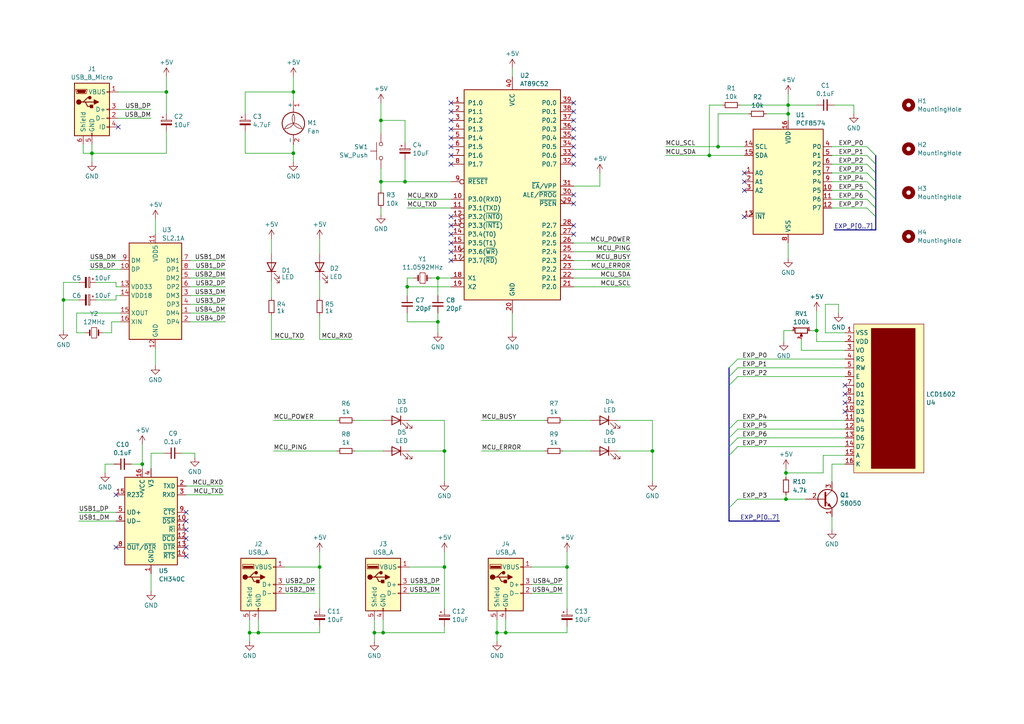
<source format=kicad_sch>
(kicad_sch (version 20230121) (generator eeschema)
  (paper "A4")
  (lib_symbols
    (symbol "Connector:USB_A" (pin_names (offset 1.016))
      (property "Reference" "J" (at -5.08 11.43 0))
      (property "Value" "USB_A" (at -5.08 8.89 0))
      (symbol "USB_A_1_1"
        (pin power_in line (at 7.62 5.08 180) (length 2.54) (name "VBUS") (number "1"))
        (pin bidirectional line (at 7.62 -2.54 180) (length 2.54) (name "D-") (number "2"))
        (pin bidirectional line (at 7.62 0 180) (length 2.54) (name "D+") (number "3"))
        (pin power_in line (at 0 -10.16 90) (length 2.54) (name "GND") (number "4"))
        (pin passive line (at -2.54 -10.16 90) (length 2.54) (name "Shield") (number "5"))
      )
    )
    (symbol "Connector:USB_B_Micro" (pin_names (offset 1.016))
      (property "Reference" "J" (at -5.08 11.43 0))
      (property "Value" "USB_B_Micro" (at -5.08 8.89 0))
      (symbol "USB_B_Micro_1_1"
        (pin power_out line (at 7.62 5.08 180) (length 2.54) (name "VBUS") (number "1"))
        (pin bidirectional line (at 7.62 -2.54 180) (length 2.54) (name "D-") (number "2"))
        (pin bidirectional line (at 7.62 0 180) (length 2.54) (name "D+") (number "3"))
        (pin passive line (at 7.62 -5.08 180) (length 2.54) (name "ID") (number "4"))
        (pin power_out line (at 0 -10.16 90) (length 2.54) (name "GND") (number "5"))
        (pin passive line (at -2.54 -10.16 90) (length 2.54) (name "Shield") (number "6"))
      )
    )
    (symbol "Device:C_Polarized_Small" (pin_numbers hide) (pin_names (offset 0.254) hide)
      (property "Reference" "C" (at 0.254 1.778 0))
      (property "Value" "C_Polarized_Small" (at 0.254 -2.032 0))
      (symbol "C_Polarized_Small_1_1"
        (pin passive line (at 0 2.54 270) (length 1.8542) (name "~") (number "1"))
        (pin passive line (at 0 -2.54 90) (length 1.8542) (name "~") (number "2"))
      )
    )
    (symbol "Device:C_Small" (pin_numbers hide) (pin_names (offset 0.254) hide)
      (property "Reference" "C" (at 0.254 1.778 0))
      (property "Value" "C_Small" (at 0.254 -2.032 0))
      (symbol "C_Small_1_1"
        (pin passive line (at 0 2.54 270) (length 2.032) (name "~") (number "1"))
        (pin passive line (at 0 -2.54 90) (length 2.032) (name "~") (number "2"))
      )
    )
    (symbol "Device:Crystal_Small" (pin_numbers hide) (pin_names (offset 1.016) hide)
      (property "Reference" "Y" (at 0 2.54 0))
      (property "Value" "Crystal_Small" (at 0 -2.54 0))
      (symbol "Crystal_Small_1_1"
        (pin passive line (at -2.54 0 0) (length 1.27) (name "1") (number "1"))
        (pin passive line (at 2.54 0 180) (length 1.27) (name "2") (number "2"))
      )
    )
    (symbol "Device:LED" (pin_numbers hide) (pin_names (offset 1.016) hide)
      (property "Reference" "D" (at 0 2.54 0))
      (property "Value" "LED" (at 0 -2.54 0))
      (symbol "LED_1_1"
        (pin passive line (at -3.81 0 0) (length 2.54) (name "K") (number "1"))
        (pin passive line (at 3.81 0 180) (length 2.54) (name "A") (number "2"))
      )
    )
    (symbol "Device:R_Potentiometer_Small" (pin_names (offset 1.016) hide)
      (property "Reference" "RV" (at -4.445 0 90))
      (property "Value" "R_Potentiometer_Small" (at -2.54 0 90))
      (symbol "R_Potentiometer_Small_1_1"
        (pin passive line (at 0 2.54 270) (length 0.635) (name "1") (number "1"))
        (pin passive line (at 2.54 0 180) (length 0.9906) (name "2") (number "2"))
        (pin passive line (at 0 -2.54 90) (length 0.635) (name "3") (number "3"))
      )
    )
    (symbol "Device:R_Small" (pin_numbers hide) (pin_names (offset 0.254) hide)
      (property "Reference" "R" (at 0.762 0.508 0))
      (property "Value" "R_Small" (at 0.762 -1.016 0))
      (symbol "R_Small_1_1"
        (pin passive line (at 0 2.54 270) (length 0.762) (name "~") (number "1"))
        (pin passive line (at 0 -2.54 90) (length 0.762) (name "~") (number "2"))
      )
    )
    (symbol "Interface_Expansion:PCF8574"
      (property "Reference" "U" (at -8.89 16.51 0))
      (property "Value" "PCF8574" (at 2.54 16.51 0))
      (symbol "PCF8574_1_1"
        (pin input line (at -12.7 2.54 0) (length 2.54) (name "A0") (number "1"))
        (pin bidirectional line (at 12.7 -2.54 180) (length 2.54) (name "P5") (number "10"))
        (pin bidirectional line (at 12.7 -5.08 180) (length 2.54) (name "P6") (number "11"))
        (pin bidirectional line (at 12.7 -7.62 180) (length 2.54) (name "P7") (number "12"))
        (pin open_collector output_low (at -12.7 -10.16 0) (length 2.54) (name "~{INT}") (number "13"))
        (pin input line (at -12.7 10.16 0) (length 2.54) (name "SCL") (number "14"))
        (pin bidirectional line (at -12.7 7.62 0) (length 2.54) (name "SDA") (number "15"))
        (pin power_in line (at 0 17.78 270) (length 2.54) (name "VDD") (number "16"))
        (pin input line (at -12.7 0 0) (length 2.54) (name "A1") (number "2"))
        (pin input line (at -12.7 -2.54 0) (length 2.54) (name "A2") (number "3"))
        (pin bidirectional line (at 12.7 10.16 180) (length 2.54) (name "P0") (number "4"))
        (pin bidirectional line (at 12.7 7.62 180) (length 2.54) (name "P1") (number "5"))
        (pin bidirectional line (at 12.7 5.08 180) (length 2.54) (name "P2") (number "6"))
        (pin bidirectional line (at 12.7 2.54 180) (length 2.54) (name "P3") (number "7"))
        (pin power_in line (at 0 -17.78 90) (length 2.54) (name "VSS") (number "8"))
        (pin bidirectional line (at 12.7 0 180) (length 2.54) (name "P4") (number "9"))
      )
    )
    (symbol "Interface_USB:CH340C"
      (property "Reference" "U" (at -5.08 13.97 0))
      (property "Value" "CH340C" (at 1.27 13.97 0))
      (symbol "CH340C_1_1"
        (pin power_in line (at 0 -15.24 90) (length 2.54) (name "GND") (number "1"))
        (pin input line (at 10.16 0 180) (length 2.54) (name "~{DSR}") (number "10"))
        (pin input line (at 10.16 -2.54 180) (length 2.54) (name "~{RI}") (number "11"))
        (pin input line (at 10.16 -5.08 180) (length 2.54) (name "~{DCD}") (number "12"))
        (pin output line (at 10.16 -7.62 180) (length 2.54) (name "~{DTR}") (number "13"))
        (pin output line (at 10.16 -10.16 180) (length 2.54) (name "~{RTS}") (number "14"))
        (pin input line (at -10.16 7.62 0) (length 2.54) (name "R232") (number "15"))
        (pin power_in line (at -2.54 15.24 270) (length 2.54) (name "VCC") (number "16"))
        (pin output line (at 10.16 10.16 180) (length 2.54) (name "TXD") (number "2"))
        (pin input line (at 10.16 7.62 180) (length 2.54) (name "RXD") (number "3"))
        (pin power_out line (at 0 15.24 270) (length 2.54) (name "V3") (number "4"))
        (pin bidirectional line (at -10.16 2.54 0) (length 2.54) (name "UD+") (number "5"))
        (pin bidirectional line (at -10.16 0 0) (length 2.54) (name "UD-") (number "6"))
        (pin no_connect line (at -7.62 -5.08 0) (length 2.54) hide (name "NC") (number "7"))
        (pin output line (at -10.16 -7.62 0) (length 2.54) (name "~{OUT}/~{DTR}") (number "8"))
        (pin input line (at 10.16 2.54 180) (length 2.54) (name "~{CTS}") (number "9"))
      )
    )
    (symbol "Mechanical:MountingHole" (pin_names (offset 1.016))
      (property "Reference" "H" (at 0 5.08 0))
      (property "Value" "MountingHole" (at 0 3.175 0))
    )
    (symbol "Motor:Fan" (pin_names (offset 0))
      (property "Reference" "M" (at 2.54 5.08 0))
      (property "Value" "Fan" (at 2.54 -2.54 0))
      (symbol "Fan_1_1"
        (pin passive line (at 0 7.62 270) (length 2.54) (name "+") (number "1"))
        (pin passive line (at 0 -5.08 90) (length 2.54) (name "-") (number "2"))
      )
    )
    (symbol "OpenStation:AT89C52" (pin_names (offset 1.016))
      (property "Reference" "U" (at -13.97 31.75 0))
      (property "Value" "AT89C52" (at 8.89 31.75 0))
      (symbol "AT89C52_1_1"
        (pin bidirectional line (at -17.78 26.67 0) (length 3.81) (name "P1.0") (number "1"))
        (pin bidirectional line (at -17.78 -1.27 0) (length 3.81) (name "P3.0(RXD)") (number "10"))
        (pin bidirectional line (at -17.78 -3.81 0) (length 3.81) (name "P3.1(TXD)") (number "11"))
        (pin input inverted (at -17.78 -6.35 0) (length 3.81) (name "P3.2(~{INT0})") (number "12"))
        (pin input inverted (at -17.78 -8.89 0) (length 3.81) (name "P3.3(~{INT1})") (number "13"))
        (pin input line (at -17.78 -11.43 0) (length 3.81) (name "P3.4(T0)") (number "14"))
        (pin input line (at -17.78 -13.97 0) (length 3.81) (name "P3.5(T1)") (number "15"))
        (pin output output_low (at -17.78 -16.51 0) (length 3.81) (name "P3.6(~{WR})") (number "16"))
        (pin output output_low (at -17.78 -19.05 0) (length 3.81) (name "P3.7(~{RD})") (number "17"))
        (pin input line (at -17.78 -24.13 0) (length 3.81) (name "X1") (number "18"))
        (pin output line (at -17.78 -26.67 0) (length 3.81) (name "X2") (number "19"))
        (pin bidirectional line (at -17.78 24.13 0) (length 3.81) (name "P1.1") (number "2"))
        (pin power_in line (at 0 -34.29 90) (length 3.81) (name "GND") (number "20"))
        (pin bidirectional line (at 17.78 -26.67 180) (length 3.81) (name "P2.0") (number "21"))
        (pin bidirectional line (at 17.78 -24.13 180) (length 3.81) (name "P2.1") (number "22"))
        (pin bidirectional line (at 17.78 -21.59 180) (length 3.81) (name "P2.2") (number "23"))
        (pin bidirectional line (at 17.78 -19.05 180) (length 3.81) (name "P2.3") (number "24"))
        (pin bidirectional line (at 17.78 -16.51 180) (length 3.81) (name "P2.4") (number "25"))
        (pin bidirectional line (at 17.78 -13.97 180) (length 3.81) (name "P2.5") (number "26"))
        (pin bidirectional line (at 17.78 -11.43 180) (length 3.81) (name "P2.6") (number "27"))
        (pin bidirectional line (at 17.78 -8.89 180) (length 3.81) (name "P2.7") (number "28"))
        (pin output output_low (at 17.78 -2.54 180) (length 3.81) (name "~{PSEN}") (number "29"))
        (pin bidirectional line (at -17.78 21.59 0) (length 3.81) (name "P1.2") (number "3"))
        (pin output line (at 17.78 0 180) (length 3.81) (name "ALE/~{PROG}") (number "30"))
        (pin input line (at 17.78 2.54 180) (length 3.81) (name "~{EA}/VPP") (number "31"))
        (pin bidirectional line (at 17.78 8.89 180) (length 3.81) (name "P0.7") (number "32"))
        (pin bidirectional line (at 17.78 11.43 180) (length 3.81) (name "P0.6") (number "33"))
        (pin bidirectional line (at 17.78 13.97 180) (length 3.81) (name "P0.5") (number "34"))
        (pin bidirectional line (at 17.78 16.51 180) (length 3.81) (name "P0.4") (number "35"))
        (pin bidirectional line (at 17.78 19.05 180) (length 3.81) (name "P0.3") (number "36"))
        (pin bidirectional line (at 17.78 21.59 180) (length 3.81) (name "P0.2") (number "37"))
        (pin bidirectional line (at 17.78 24.13 180) (length 3.81) (name "P0.1") (number "38"))
        (pin bidirectional line (at 17.78 26.67 180) (length 3.81) (name "P0.0") (number "39"))
        (pin bidirectional line (at -17.78 19.05 0) (length 3.81) (name "P1.3") (number "4"))
        (pin power_in line (at 0 34.29 270) (length 3.81) (name "VCC") (number "40"))
        (pin bidirectional line (at -17.78 16.51 0) (length 3.81) (name "P1.4") (number "5"))
        (pin bidirectional line (at -17.78 13.97 0) (length 3.81) (name "P1.5") (number "6"))
        (pin bidirectional line (at -17.78 11.43 0) (length 3.81) (name "P1.6") (number "7"))
        (pin bidirectional line (at -17.78 8.89 0) (length 3.81) (name "P1.7") (number "8"))
        (pin input inverted (at -17.78 3.81 0) (length 3.81) (name "~{RESET}") (number "9"))
      )
    )
    (symbol "OpenStation:LCD1602"
      (property "Reference" "U" (at -20.32 -12.7 0))
      (property "Value" "LCD1602" (at 16.51 -12.7 0))
      (symbol "LCD1602_1_1"
        (pin power_in line (at -19.05 12.7 270) (length 2.54) (name "VSS") (number "1"))
        (pin input line (at 3.81 12.7 270) (length 2.54) (name "D3") (number "10"))
        (pin input line (at 6.35 12.7 270) (length 2.54) (name "D4") (number "11"))
        (pin input line (at 8.89 12.7 270) (length 2.54) (name "D5") (number "12"))
        (pin input line (at 11.43 12.7 270) (length 2.54) (name "D6") (number "13"))
        (pin input line (at 13.97 12.7 270) (length 2.54) (name "D7") (number "14"))
        (pin power_in line (at 16.51 12.7 270) (length 2.54) (name "A") (number "15"))
        (pin input line (at 19.05 12.7 270) (length 2.54) (name "K") (number "16"))
        (pin power_in line (at -16.51 12.7 270) (length 2.54) (name "VDD") (number "2"))
        (pin input line (at -13.97 12.7 270) (length 2.54) (name "VO") (number "3"))
        (pin input line (at -11.43 12.7 270) (length 2.54) (name "RS") (number "4"))
        (pin input line (at -8.89 12.7 270) (length 2.54) (name "RW") (number "5"))
        (pin input line (at -6.35 12.7 270) (length 2.54) (name "E") (number "6"))
        (pin input line (at -3.81 12.7 270) (length 2.54) (name "D0") (number "7"))
        (pin input line (at -1.27 12.7 270) (length 2.54) (name "D1") (number "8"))
        (pin input line (at 1.27 12.7 270) (length 2.54) (name "D2") (number "9"))
      )
    )
    (symbol "OpenStation:SL2.1A"
      (property "Reference" "U" (at -7.62 16.51 0))
      (property "Value" "SL2.1A" (at -7.62 -15.24 0))
      (symbol "SL2.1A_1_0"
        (pin bidirectional line (at 10.16 -6.35 180) (length 2.54) (name "DM4") (number "1"))
        (pin bidirectional line (at -10.16 6.35 0) (length 2.54) (name "DP") (number "10"))
        (pin power_in line (at 0 16.51 270) (length 2.54) (name "VDD5") (number "11"))
        (pin power_in line (at 0 -16.51 90) (length 2.54) (name "GND") (number "12"))
        (pin power_out line (at -10.16 1.27 0) (length 2.54) (name "VDD33") (number "13"))
        (pin power_out line (at -10.16 -1.27 0) (length 2.54) (name "VDD18") (number "14"))
        (pin output line (at -10.16 -6.35 0) (length 2.54) (name "XOUT") (number "15"))
        (pin input line (at -10.16 -8.89 0) (length 2.54) (name "XIN") (number "16"))
        (pin bidirectional line (at 10.16 -8.89 180) (length 2.54) (name "DP4") (number "2"))
        (pin bidirectional line (at 10.16 -1.27 180) (length 2.54) (name "DM3") (number "3"))
        (pin bidirectional line (at 10.16 -3.81 180) (length 2.54) (name "DP3") (number "4"))
        (pin bidirectional line (at 10.16 3.81 180) (length 2.54) (name "DM2") (number "5"))
        (pin bidirectional line (at 10.16 1.27 180) (length 2.54) (name "DP2") (number "6"))
        (pin bidirectional line (at 10.16 8.89 180) (length 2.54) (name "DM1") (number "7"))
        (pin bidirectional line (at 10.16 6.35 180) (length 2.54) (name "DP1") (number "8"))
        (pin bidirectional line (at -10.16 8.89 0) (length 2.54) (name "DM") (number "9"))
      )
    )
    (symbol "Switch:SW_Push" (pin_numbers hide) (pin_names (offset 1.016) hide)
      (property "Reference" "SW" (at 1.27 2.54 0))
      (property "Value" "SW_Push" (at 0 -1.524 0))
      (symbol "SW_Push_0_1"
        (pin passive line (at -5.08 0 0) (length 2.54) (name "1") (number "1"))
        (pin passive line (at 5.08 0 180) (length 2.54) (name "2") (number "2"))
      )
    )
    (symbol "Transistor_BJT:S8050" (pin_names (offset 0) hide)
      (property "Reference" "Q" (at 5.08 1.905 0))
      (property "Value" "S8050" (at 5.08 0 0))
      (symbol "S8050_1_1"
        (pin passive line (at 2.54 -5.08 90) (length 2.54) (name "E") (number "1"))
        (pin input line (at -5.08 0 0) (length 5.08) (name "B") (number "2"))
        (pin passive line (at 2.54 5.08 270) (length 2.54) (name "C") (number "3"))
      )
    )
    (symbol "power:+5V" (power) (pin_names (offset 0))
      (property "Value" "+5V" (at 0 3.556 0))
      (symbol "+5V_1_1"
        (pin power_in line (at 0 0 90) (length 0) hide (name "+5V") (number "1"))
      )
    )
    (symbol "power:GND" (power) (pin_names (offset 0))
      (property "Value" "GND" (at 0 -3.81 0))
      (symbol "GND_1_1"
        (pin power_in line (at 0 0 270) (length 0) hide (name "GND") (number "1"))
      )
    )
  )
  (junction (at 26.67 44.45))
  (junction (at 227.965 137.16))
  (junction (at 117.475 52.705))
  (junction (at 146.685 183.515))
  (junction (at 144.145 183.515))
  (junction (at 41.275 134.62))
  (junction (at 228.6 33.02))
  (junction (at 127 80.645))
  (junction (at 128.905 164.465))
  (junction (at 18.415 86.995))
  (junction (at 92.71 164.465))
  (junction (at 128.905 130.81))
  (junction (at 85.09 44.45))
  (junction (at 74.93 183.515))
  (junction (at 164.465 164.465))
  (junction (at 205.74 45.085))
  (junction (at 127 93.345))
  (junction (at 118.11 83.185))
  (junction (at 110.49 52.705))
  (junction (at 108.585 183.515))
  (junction (at 110.49 34.925))
  (junction (at 236.855 95.885))
  (junction (at 85.09 26.67))
  (junction (at 208.28 42.545))
  (junction (at 111.125 183.515))
  (junction (at 228.6 30.48))
  (junction (at 189.23 130.81))
  (junction (at 72.39 183.515))
  (junction (at 227.965 144.78))
  (junction (at 48.26 26.67))
  (no_connect (at 34.29 36.83))
  (no_connect (at 166.37 42.545))
  (no_connect (at 130.81 32.385))
  (no_connect (at 130.81 67.945))
  (no_connect (at 53.975 156.21))
  (no_connect (at 166.37 59.055))
  (no_connect (at 53.975 148.59))
  (no_connect (at 33.655 158.75))
  (no_connect (at 166.37 29.845))
  (no_connect (at 130.81 42.545))
  (no_connect (at 245.11 111.76))
  (no_connect (at 130.81 45.085))
  (no_connect (at 245.11 114.3))
  (no_connect (at 130.81 62.865))
  (no_connect (at 215.9 55.245))
  (no_connect (at 166.37 47.625))
  (no_connect (at 166.37 65.405))
  (no_connect (at 166.37 32.385))
  (no_connect (at 130.81 65.405))
  (no_connect (at 215.9 52.705))
  (no_connect (at 130.81 75.565))
  (no_connect (at 166.37 56.515))
  (no_connect (at 130.81 73.025))
  (no_connect (at 33.655 143.51))
  (no_connect (at 166.37 34.925))
  (no_connect (at 130.81 40.005))
  (no_connect (at 245.11 119.38))
  (no_connect (at 130.81 47.625))
  (no_connect (at 215.9 62.865))
  (no_connect (at 53.975 151.13))
  (no_connect (at 245.11 116.84))
  (no_connect (at 53.975 153.67))
  (no_connect (at 130.81 37.465))
  (no_connect (at 215.9 50.165))
  (no_connect (at 166.37 67.945))
  (no_connect (at 130.81 29.845))
  (no_connect (at 53.975 158.75))
  (no_connect (at 53.975 161.29))
  (no_connect (at 166.37 40.005))
  (no_connect (at 166.37 45.085))
  (no_connect (at 130.81 34.925))
  (no_connect (at 130.81 70.485))
  (no_connect (at 166.37 37.465))
  (bus_entry (at 213.995 106.68) (size -2.54 2.54))
  (bus_entry (at 251.46 47.625) (size 2.54 2.54))
  (bus_entry (at 251.46 60.325) (size 2.54 2.54))
  (bus_entry (at 213.995 104.14) (size -2.54 2.54))
  (bus_entry (at 251.46 57.785) (size 2.54 2.54))
  (bus_entry (at 213.995 109.22) (size -2.54 2.54))
  (bus_entry (at 213.995 127) (size -2.54 2.54))
  (bus_entry (at 213.995 124.46) (size -2.54 2.54))
  (bus_entry (at 213.995 144.78) (size -2.54 2.54))
  (bus_entry (at 251.46 45.085) (size 2.54 2.54))
  (bus_entry (at 251.46 52.705) (size 2.54 2.54))
  (bus_entry (at 213.995 121.92) (size -2.54 2.54))
  (bus_entry (at 251.46 50.165) (size 2.54 2.54))
  (bus_entry (at 251.46 42.545) (size 2.54 2.54))
  (bus_entry (at 251.46 55.245) (size 2.54 2.54))
  (bus_entry (at 213.995 129.54) (size -2.54 2.54))
  (wire (pts (xy 179.07 130.81) (xy 189.23 130.81)))
  (wire (pts (xy 26.035 78.105) (xy 34.925 78.105)))
  (wire (pts (xy 56.515 131.445) (xy 56.515 132.715)))
  (wire (pts (xy 117.475 34.925) (xy 117.475 41.275)))
  (bus (pts (xy 254 52.705) (xy 254 55.245)))
  (wire (pts (xy 234.95 95.885) (xy 236.855 95.885)))
  (wire (pts (xy 166.37 78.105) (xy 182.88 78.105)))
  (wire (pts (xy 92.71 81.28) (xy 92.71 86.36)))
  (bus (pts (xy 211.455 124.46) (xy 211.455 127)))
  (wire (pts (xy 71.12 26.67) (xy 85.09 26.67)))
  (wire (pts (xy 110.49 48.895) (xy 110.49 52.705)))
  (wire (pts (xy 166.37 70.485) (xy 182.88 70.485)))
  (wire (pts (xy 32.385 93.345) (xy 34.925 93.345)))
  (wire (pts (xy 238.76 137.16) (xy 227.965 137.16)))
  (bus (pts (xy 211.455 147.32) (xy 211.455 151.13)))
  (wire (pts (xy 78.74 81.28) (xy 78.74 86.36)))
  (bus (pts (xy 211.455 129.54) (xy 211.455 132.08)))
  (wire (pts (xy 146.685 183.515) (xy 164.465 183.515)))
  (wire (pts (xy 139.7 121.92) (xy 158.115 121.92)))
  (wire (pts (xy 238.76 132.08) (xy 245.11 132.08)))
  (wire (pts (xy 139.7 130.81) (xy 158.115 130.81)))
  (wire (pts (xy 55.245 85.725) (xy 65.405 85.725)))
  (wire (pts (xy 128.905 181.61) (xy 128.905 183.515)))
  (wire (pts (xy 55.245 83.185) (xy 65.405 83.185)))
  (wire (pts (xy 173.99 50.165) (xy 173.99 53.975)))
  (wire (pts (xy 213.995 124.46) (xy 245.11 124.46)))
  (wire (pts (xy 118.11 83.185) (xy 118.11 85.725)))
  (wire (pts (xy 239.395 96.52) (xy 239.395 88.265)))
  (wire (pts (xy 118.11 80.645) (xy 118.11 83.185)))
  (wire (pts (xy 111.125 183.515) (xy 128.905 183.515)))
  (wire (pts (xy 213.995 104.14) (xy 245.11 104.14)))
  (wire (pts (xy 71.12 38.1) (xy 71.12 44.45)))
  (wire (pts (xy 92.71 164.465) (xy 92.71 176.53)))
  (wire (pts (xy 179.07 121.92) (xy 189.23 121.92)))
  (wire (pts (xy 78.74 69.215) (xy 78.74 73.66)))
  (bus (pts (xy 254 47.625) (xy 254 50.165)))
  (wire (pts (xy 43.815 166.37) (xy 43.815 171.45)))
  (wire (pts (xy 163.195 121.92) (xy 171.45 121.92)))
  (wire (pts (xy 228.6 30.48) (xy 236.855 30.48)))
  (wire (pts (xy 85.09 44.45) (xy 85.09 46.99)))
  (wire (pts (xy 227.965 137.16) (xy 227.965 138.43)))
  (bus (pts (xy 211.455 106.68) (xy 211.455 109.22)))
  (wire (pts (xy 127 93.345) (xy 127 90.805)))
  (wire (pts (xy 48.26 26.67) (xy 48.26 33.02)))
  (bus (pts (xy 211.455 109.22) (xy 211.455 111.76)))
  (wire (pts (xy 228.6 30.48) (xy 228.6 33.02)))
  (bus (pts (xy 254 50.165) (xy 254 52.705)))
  (wire (pts (xy 79.375 130.81) (xy 97.79 130.81)))
  (wire (pts (xy 55.245 75.565) (xy 65.405 75.565)))
  (wire (pts (xy 22.225 96.52) (xy 22.225 90.805)))
  (wire (pts (xy 118.745 164.465) (xy 128.905 164.465)))
  (wire (pts (xy 236.855 95.885) (xy 236.855 99.06)))
  (wire (pts (xy 128.905 121.92) (xy 128.905 130.81)))
  (wire (pts (xy 154.305 172.085) (xy 163.195 172.085)))
  (wire (pts (xy 43.815 131.445) (xy 47.625 131.445)))
  (wire (pts (xy 43.815 135.89) (xy 43.815 131.445)))
  (wire (pts (xy 53.975 143.51) (xy 64.77 143.51)))
  (wire (pts (xy 32.385 96.52) (xy 32.385 93.345)))
  (wire (pts (xy 55.245 88.265) (xy 65.405 88.265)))
  (wire (pts (xy 241.3 149.86) (xy 241.3 153.67)))
  (wire (pts (xy 24.13 44.45) (xy 26.67 44.45)))
  (wire (pts (xy 82.55 164.465) (xy 92.71 164.465)))
  (bus (pts (xy 211.455 132.08) (xy 211.455 147.32)))
  (wire (pts (xy 110.49 34.925) (xy 110.49 38.735)))
  (wire (pts (xy 166.37 53.975) (xy 173.99 53.975)))
  (wire (pts (xy 74.93 179.705) (xy 74.93 183.515)))
  (wire (pts (xy 213.995 129.54) (xy 245.11 129.54)))
  (wire (pts (xy 213.995 127) (xy 245.11 127)))
  (wire (pts (xy 85.09 44.45) (xy 71.12 44.45)))
  (wire (pts (xy 110.49 52.705) (xy 117.475 52.705)))
  (wire (pts (xy 92.71 91.44) (xy 92.71 98.425)))
  (wire (pts (xy 228.6 27.305) (xy 228.6 30.48)))
  (wire (pts (xy 118.745 172.085) (xy 127.635 172.085)))
  (wire (pts (xy 227.33 95.885) (xy 227.33 99.06)))
  (wire (pts (xy 205.74 45.085) (xy 215.9 45.085)))
  (wire (pts (xy 144.145 183.515) (xy 144.145 186.055)))
  (wire (pts (xy 146.685 179.705) (xy 146.685 183.515)))
  (wire (pts (xy 241.3 45.085) (xy 251.46 45.085)))
  (wire (pts (xy 166.37 80.645) (xy 182.88 80.645)))
  (wire (pts (xy 127 80.645) (xy 130.81 80.645)))
  (wire (pts (xy 24.13 41.91) (xy 24.13 44.45)))
  (wire (pts (xy 118.11 90.805) (xy 118.11 93.345)))
  (wire (pts (xy 102.87 130.81) (xy 111.125 130.81)))
  (bus (pts (xy 254 57.785) (xy 254 60.325)))
  (wire (pts (xy 22.86 81.915) (xy 18.415 81.915)))
  (wire (pts (xy 33.655 85.725) (xy 34.925 85.725)))
  (wire (pts (xy 241.3 50.165) (xy 251.46 50.165)))
  (wire (pts (xy 34.29 34.29) (xy 43.815 34.29)))
  (bus (pts (xy 254 62.865) (xy 254 66.675)))
  (wire (pts (xy 26.035 75.565) (xy 34.925 75.565)))
  (wire (pts (xy 24.765 96.52) (xy 22.225 96.52)))
  (wire (pts (xy 239.395 96.52) (xy 245.11 96.52)))
  (wire (pts (xy 144.145 183.515) (xy 146.685 183.515)))
  (wire (pts (xy 55.245 80.645) (xy 65.405 80.645)))
  (wire (pts (xy 241.3 55.245) (xy 251.46 55.245)))
  (wire (pts (xy 127 93.345) (xy 127 96.52)))
  (wire (pts (xy 85.09 22.225) (xy 85.09 26.67)))
  (wire (pts (xy 52.705 131.445) (xy 56.515 131.445)))
  (wire (pts (xy 163.195 130.81) (xy 171.45 130.81)))
  (wire (pts (xy 130.81 52.705) (xy 117.475 52.705)))
  (wire (pts (xy 166.37 73.025) (xy 182.88 73.025)))
  (bus (pts (xy 211.455 111.76) (xy 211.455 124.46)))
  (wire (pts (xy 41.275 128.905) (xy 41.275 134.62)))
  (wire (pts (xy 241.935 30.48) (xy 247.65 30.48)))
  (wire (pts (xy 229.87 95.885) (xy 227.33 95.885)))
  (wire (pts (xy 241.3 42.545) (xy 251.46 42.545)))
  (wire (pts (xy 85.09 41.91) (xy 85.09 44.45)))
  (wire (pts (xy 154.305 164.465) (xy 164.465 164.465)))
  (wire (pts (xy 241.3 60.325) (xy 251.46 60.325)))
  (wire (pts (xy 128.905 160.02) (xy 128.905 164.465)))
  (wire (pts (xy 92.71 69.215) (xy 92.71 73.66)))
  (wire (pts (xy 247.65 30.48) (xy 247.65 33.02)))
  (wire (pts (xy 208.28 33.02) (xy 208.28 42.545)))
  (wire (pts (xy 118.11 60.325) (xy 130.81 60.325)))
  (wire (pts (xy 110.49 34.925) (xy 117.475 34.925)))
  (wire (pts (xy 117.475 46.355) (xy 117.475 52.705)))
  (wire (pts (xy 45.085 63.5) (xy 45.085 67.945)))
  (wire (pts (xy 74.93 183.515) (xy 92.71 183.515)))
  (wire (pts (xy 148.59 90.805) (xy 148.59 96.52)))
  (wire (pts (xy 154.305 169.545) (xy 163.195 169.545)))
  (wire (pts (xy 164.465 181.61) (xy 164.465 183.515)))
  (wire (pts (xy 110.49 60.325) (xy 110.49 62.23)))
  (wire (pts (xy 27.94 86.995) (xy 33.655 86.995)))
  (wire (pts (xy 118.745 169.545) (xy 127.635 169.545)))
  (wire (pts (xy 213.995 121.92) (xy 245.11 121.92)))
  (wire (pts (xy 245.11 99.06) (xy 236.855 99.06)))
  (wire (pts (xy 166.37 75.565) (xy 182.88 75.565)))
  (wire (pts (xy 53.975 140.97) (xy 64.77 140.97)))
  (wire (pts (xy 33.655 86.995) (xy 33.655 85.725)))
  (wire (pts (xy 48.26 38.1) (xy 48.26 44.45)))
  (wire (pts (xy 33.655 83.185) (xy 34.925 83.185)))
  (bus (pts (xy 211.455 127) (xy 211.455 129.54)))
  (wire (pts (xy 228.6 33.02) (xy 228.6 34.925)))
  (wire (pts (xy 30.48 134.62) (xy 30.48 137.16)))
  (wire (pts (xy 29.845 96.52) (xy 32.385 96.52)))
  (wire (pts (xy 241.3 52.705) (xy 251.46 52.705)))
  (wire (pts (xy 26.67 41.91) (xy 26.67 44.45)))
  (wire (pts (xy 213.995 109.22) (xy 245.11 109.22)))
  (wire (pts (xy 118.11 80.645) (xy 120.015 80.645)))
  (wire (pts (xy 118.11 93.345) (xy 127 93.345)))
  (wire (pts (xy 48.26 22.225) (xy 48.26 26.67)))
  (wire (pts (xy 239.395 88.265) (xy 243.205 88.265)))
  (wire (pts (xy 228.6 70.485) (xy 228.6 74.93)))
  (wire (pts (xy 41.275 135.89) (xy 41.275 134.62)))
  (wire (pts (xy 72.39 183.515) (xy 72.39 186.055)))
  (wire (pts (xy 34.29 31.75) (xy 43.815 31.75)))
  (wire (pts (xy 79.375 121.92) (xy 97.79 121.92)))
  (wire (pts (xy 128.905 130.81) (xy 128.905 139.7)))
  (wire (pts (xy 18.415 86.995) (xy 22.86 86.995)))
  (wire (pts (xy 208.28 42.545) (xy 215.9 42.545)))
  (wire (pts (xy 22.86 148.59) (xy 33.655 148.59)))
  (wire (pts (xy 55.245 90.805) (xy 65.405 90.805)))
  (wire (pts (xy 92.71 98.425) (xy 102.235 98.425)))
  (wire (pts (xy 227.965 144.78) (xy 233.68 144.78)))
  (wire (pts (xy 92.71 160.02) (xy 92.71 164.465)))
  (wire (pts (xy 92.71 181.61) (xy 92.71 183.515)))
  (wire (pts (xy 110.49 52.705) (xy 110.49 55.245)))
  (wire (pts (xy 82.55 172.085) (xy 91.44 172.085)))
  (wire (pts (xy 189.23 121.92) (xy 189.23 130.81)))
  (wire (pts (xy 238.76 137.16) (xy 238.76 132.08)))
  (wire (pts (xy 26.67 44.45) (xy 26.67 46.99)))
  (wire (pts (xy 111.125 179.705) (xy 111.125 183.515)))
  (wire (pts (xy 22.86 151.13) (xy 33.655 151.13)))
  (wire (pts (xy 144.145 179.705) (xy 144.145 183.515)))
  (wire (pts (xy 118.11 57.785) (xy 130.81 57.785)))
  (wire (pts (xy 55.245 78.105) (xy 65.405 78.105)))
  (wire (pts (xy 38.1 134.62) (xy 41.275 134.62)))
  (wire (pts (xy 55.245 93.345) (xy 65.405 93.345)))
  (wire (pts (xy 241.3 47.625) (xy 251.46 47.625)))
  (wire (pts (xy 193.04 42.545) (xy 208.28 42.545)))
  (wire (pts (xy 128.905 164.465) (xy 128.905 176.53)))
  (wire (pts (xy 33.655 81.915) (xy 33.655 83.185)))
  (wire (pts (xy 33.02 134.62) (xy 30.48 134.62)))
  (wire (pts (xy 127 80.645) (xy 127 85.725)))
  (wire (pts (xy 232.41 101.6) (xy 245.11 101.6)))
  (wire (pts (xy 72.39 183.515) (xy 74.93 183.515)))
  (wire (pts (xy 22.225 90.805) (xy 34.925 90.805)))
  (wire (pts (xy 164.465 164.465) (xy 164.465 176.53)))
  (wire (pts (xy 227.965 137.16) (xy 227.965 135.89)))
  (wire (pts (xy 213.995 106.68) (xy 245.11 106.68)))
  (wire (pts (xy 189.23 130.81) (xy 189.23 139.7)))
  (wire (pts (xy 82.55 169.545) (xy 91.44 169.545)))
  (wire (pts (xy 241.3 134.62) (xy 241.3 139.7)))
  (wire (pts (xy 241.3 57.785) (xy 251.46 57.785)))
  (wire (pts (xy 241.3 134.62) (xy 245.11 134.62)))
  (wire (pts (xy 164.465 160.02) (xy 164.465 164.465)))
  (wire (pts (xy 227.965 143.51) (xy 227.965 144.78)))
  (wire (pts (xy 222.25 33.02) (xy 228.6 33.02)))
  (wire (pts (xy 205.74 30.48) (xy 209.55 30.48)))
  (wire (pts (xy 110.49 29.845) (xy 110.49 34.925)))
  (wire (pts (xy 232.41 98.425) (xy 232.41 101.6)))
  (wire (pts (xy 85.09 26.67) (xy 85.09 29.21)))
  (wire (pts (xy 148.59 19.685) (xy 148.59 22.225)))
  (wire (pts (xy 193.04 45.085) (xy 205.74 45.085)))
  (wire (pts (xy 18.415 81.915) (xy 18.415 86.995)))
  (wire (pts (xy 34.29 26.67) (xy 48.26 26.67)))
  (wire (pts (xy 78.74 98.425) (xy 78.74 91.44)))
  (wire (pts (xy 102.87 121.92) (xy 111.125 121.92)))
  (wire (pts (xy 108.585 179.705) (xy 108.585 183.515)))
  (wire (pts (xy 243.205 88.265) (xy 243.205 90.805)))
  (wire (pts (xy 108.585 183.515) (xy 108.585 186.055)))
  (wire (pts (xy 208.28 33.02) (xy 217.17 33.02)))
  (wire (pts (xy 48.26 44.45) (xy 26.67 44.45)))
  (bus (pts (xy 241.935 66.675) (xy 254 66.675)))
  (wire (pts (xy 213.995 144.78) (xy 227.965 144.78)))
  (wire (pts (xy 118.745 121.92) (xy 128.905 121.92)))
  (wire (pts (xy 18.415 86.995) (xy 18.415 95.885)))
  (bus (pts (xy 211.455 151.13) (xy 226.06 151.13)))
  (wire (pts (xy 78.74 98.425) (xy 88.265 98.425)))
  (wire (pts (xy 118.11 83.185) (xy 130.81 83.185)))
  (wire (pts (xy 27.94 81.915) (xy 33.655 81.915)))
  (wire (pts (xy 108.585 183.515) (xy 111.125 183.515)))
  (wire (pts (xy 205.74 30.48) (xy 205.74 45.085)))
  (wire (pts (xy 125.095 80.645) (xy 127 80.645)))
  (wire (pts (xy 71.12 26.67) (xy 71.12 33.02)))
  (bus (pts (xy 254 55.245) (xy 254 57.785)))
  (wire (pts (xy 72.39 179.705) (xy 72.39 183.515)))
  (wire (pts (xy 45.085 100.965) (xy 45.085 106.045)))
  (wire (pts (xy 214.63 30.48) (xy 228.6 30.48)))
  (wire (pts (xy 118.745 130.81) (xy 128.905 130.81)))
  (bus (pts (xy 254 60.325) (xy 254 62.865)))
  (wire (pts (xy 166.37 83.185) (xy 182.88 83.185)))
  (bus (pts (xy 254 45.085) (xy 254 47.625)))
  (wire (pts (xy 236.855 90.17) (xy 236.855 95.885)))
  (label "EXP_P2" (at 243.205 47.625 0))
  (label "EXP_P1" (at 215.265 106.68 0))
  (label "MCU_ERROR" (at 139.7 130.81 0))
  (label "USB2_DP" (at 91.44 169.545 180))
  (label "EXP_P0" (at 243.205 42.545 0))
  (label "USB4_DM" (at 163.195 172.085 180))
  (label "MCU_PING" (at 182.88 73.025 180))
  (label "MCU_BUSY" (at 139.7 121.92 0))
  (label "MCU_TXD" (at 88.265 98.425 180))
  (label "USB4_DP" (at 65.405 93.345 180))
  (label "EXP_P2" (at 215.265 109.22 0))
  (label "MCU_RXD" (at 64.77 140.97 180))
  (label "EXP_P0" (at 215.265 104.14 0))
  (label "USB3_DP" (at 127.635 169.545 180))
  (label "MCU_SDA" (at 193.04 45.085 0))
  (label "EXP_P7" (at 243.205 60.325 0))
  (label "USB4_DM" (at 65.405 90.805 180))
  (label "EXP_P5" (at 243.205 55.245 0))
  (label "EXP_P3" (at 243.205 50.165 0))
  (label "USB_DP" (at 43.815 31.75 180))
  (label "MCU_SCL" (at 182.88 83.185 180))
  (label "MCU_RXD" (at 118.11 57.785 0))
  (label "EXP_P[0..7]" (at 241.935 66.675 0))
  (label "EXP_P5" (at 215.265 124.46 0))
  (label "EXP_P4" (at 215.265 121.92 0))
  (label "MCU_TXD" (at 118.11 60.325 0))
  (label "MCU_BUSY" (at 182.88 75.565 180))
  (label "MCU_TXD" (at 64.77 143.51 180))
  (label "MCU_ERROR" (at 182.88 78.105 180))
  (label "USB_DP" (at 26.035 78.105 0))
  (label "EXP_P7" (at 215.265 129.54 0))
  (label "USB2_DM" (at 91.44 172.085 180))
  (label "USB_DM" (at 43.815 34.29 180))
  (label "USB1_DM" (at 65.405 75.565 180))
  (label "MCU_SDA" (at 182.88 80.645 180))
  (label "EXP_P[0..7]" (at 226.06 151.13 180))
  (label "MCU_SCL" (at 193.04 42.545 0))
  (label "MCU_RXD" (at 102.235 98.425 180))
  (label "EXP_P3" (at 215.265 144.78 0))
  (label "MCU_PING" (at 79.375 130.81 0))
  (label "MCU_POWER" (at 79.375 121.92 0))
  (label "USB1_DP" (at 22.86 148.59 0))
  (label "USB3_DM" (at 65.405 85.725 180))
  (label "USB3_DM" (at 127.635 172.085 180))
  (label "USB2_DM" (at 65.405 80.645 180))
  (label "USB_DM" (at 26.035 75.565 0))
  (label "EXP_P4" (at 243.205 52.705 0))
  (label "USB4_DP" (at 163.195 169.545 180))
  (label "EXP_P6" (at 215.265 127 0))
  (label "USB1_DM" (at 22.86 151.13 0))
  (label "USB1_DP" (at 65.405 78.105 180))
  (label "USB3_DP" (at 65.405 88.265 180))
  (label "EXP_P6" (at 243.205 57.785 0))
  (label "MCU_POWER" (at 182.88 70.485 180))
  (label "EXP_P1" (at 243.205 45.085 0))
  (label "USB2_DP" (at 65.405 83.185 180))
  (symbol (lib_id "Device:C_Polarized_Small") (at 71.12 35.56 0) (unit 1)
    (property "Reference" "C3" (at 73.279 33.8018 0) (effects (justify left)))
    (property "Value" "4.7uF" (at 73.279 36.226 0) (effects (justify left)))
    (property "Footprint" "Capacitor_THT:CP_Radial_D5.0mm_P2.50mm" (effects hide))
  )
  (symbol (lib_id "Device:LED") (at 175.26 130.81 0) (mirror y) (unit 1)
    (property "Reference" "D6" (at 176.8475 125.3957 0))
    (property "Value" "LED" (at 176.8475 127.8199 0))
    (property "Footprint" "LED_THT:LED_D3.0mm" (effects hide))
  )
  (symbol (lib_id "power:GND") (at 26.67 46.99 0) (unit 1)
    (property "Reference" "#PWR07" (effects hide))
    (property "Value" "GND" (at 26.67 51.1231 0))
  )
  (symbol (lib_id "power:+5V") (at 41.275 128.905 0) (unit 1)
    (property "Reference" "#PWR022" (effects hide))
    (property "Value" "+5V" (at 41.275 124.7719 0))
  )
  (symbol (lib_id "power:GND") (at 43.815 171.45 0) (unit 1)
    (property "Reference" "#PWR032" (effects hide))
    (property "Value" "GND" (at 43.815 175.5831 0))
  )
  (symbol (lib_id "Device:C_Small") (at 239.395 30.48 90) (unit 1)
    (property "Reference" "C1" (at 239.4013 24.7736 90))
    (property "Value" "0.1uF" (at 239.4013 27.1978 90))
    (property "Footprint" "Capacitor_THT:C_Disc_D3.0mm_W2.0mm_P2.50mm" (effects hide))
  )
  (symbol (lib_id "power:+5V") (at 48.26 22.225 0) (unit 1)
    (property "Reference" "#PWR02" (effects hide))
    (property "Value" "+5V" (at 48.26 18.0919 0))
  )
  (symbol (lib_id "power:GND") (at 127 96.52 0) (unit 1)
    (property "Reference" "#PWR018" (effects hide))
    (property "Value" "GND" (at 127 100.6531 0))
  )
  (symbol (lib_id "Device:C_Polarized_Small") (at 117.475 43.815 0) (unit 1)
    (property "Reference" "C4" (at 119.634 42.0568 0) (effects (justify left)))
    (property "Value" "10uF" (at 119.634 44.481 0) (effects (justify left)))
    (property "Footprint" "Capacitor_THT:CP_Radial_D5.0mm_P2.50mm" (effects hide))
  )
  (symbol (lib_id "Connector:USB_B_Micro") (at 26.67 31.75 0) (unit 1)
    (property "Reference" "J1" (at 26.67 19.9857 0))
    (property "Value" "USB_B_Micro" (at 26.67 22.4099 0))
    (property "Footprint" "Connector_USB:USB_Micro-B_Molex-105017-0001" (effects hide))
  )
  (symbol (lib_id "OpenStation:SL2.1A") (at 45.085 84.455 0) (unit 1)
    (property "Reference" "U3" (at 46.99 66.675 0) (effects (justify left)))
    (property "Value" "SL2.1A" (at 46.99 69.0992 0) (effects (justify left)))
    (property "Footprint" "Package_SO:SOIC-16_3.9x9.9mm_P1.27mm" (effects hide))
    (property "Datasheet" "https://cdn-shop.adafruit.com/product-files/2991/1811151645_CoreChips-SL2-1A_C192893.pdf" (effects hide))
  )
  (symbol (lib_id "Mechanical:MountingHole") (at 263.525 43.18 0) (unit 1)
    (property "Reference" "H2" (at 266.065 41.9679 0) (effects (justify left)))
    (property "Value" "MountingHole" (at 266.065 44.3921 0) (effects (justify left)))
    (property "Footprint" "MountingHole:MountingHole_3.2mm_M3" (effects hide))
  )
  (symbol (lib_id "power:GND") (at 128.905 139.7 0) (unit 1)
    (property "Reference" "#PWR026" (effects hide))
    (property "Value" "GND" (at 128.905 143.8331 0))
  )
  (symbol (lib_id "power:GND") (at 227.33 99.06 0) (unit 1)
    (property "Reference" "#PWR020" (effects hide))
    (property "Value" "GND" (at 227.33 103.1931 0))
  )
  (symbol (lib_id "power:+5V") (at 228.6 27.305 0) (unit 1)
    (property "Reference" "#PWR04" (effects hide))
    (property "Value" "+5V" (at 228.6 23.1719 0))
  )
  (symbol (lib_id "Device:R_Small") (at 160.655 130.81 270) (mirror x) (unit 1)
    (property "Reference" "R9" (at 160.655 125.9291 90))
    (property "Value" "1k" (at 160.655 128.3533 90))
    (property "Footprint" "Resistor_THT:R_Axial_DIN0204_L3.6mm_D1.6mm_P7.62mm_Horizontal" (effects hide))
  )
  (symbol (lib_id "power:+5V") (at 173.99 50.165 0) (unit 1)
    (property "Reference" "#PWR09" (effects hide))
    (property "Value" "+5V" (at 173.99 46.0319 0))
  )
  (symbol (lib_id "Mechanical:MountingHole") (at 263.525 68.58 0) (unit 1)
    (property "Reference" "H4" (at 266.065 67.3679 0) (effects (justify left)))
    (property "Value" "MountingHole" (at 266.065 69.7921 0) (effects (justify left)))
    (property "Footprint" "MountingHole:MountingHole_3.2mm_M3" (effects hide))
  )
  (symbol (lib_id "Device:R_Small") (at 160.655 121.92 270) (mirror x) (unit 1)
    (property "Reference" "R7" (at 160.655 117.0391 90))
    (property "Value" "1k" (at 160.655 119.4633 90))
    (property "Footprint" "Resistor_THT:R_Axial_DIN0204_L3.6mm_D1.6mm_P7.62mm_Horizontal" (effects hide))
  )
  (symbol (lib_id "power:GND") (at 85.09 46.99 0) (unit 1)
    (property "Reference" "#PWR08" (effects hide))
    (property "Value" "GND" (at 85.09 51.1231 0))
  )
  (symbol (lib_id "power:GND") (at 189.23 139.7 0) (unit 1)
    (property "Reference" "#PWR027" (effects hide))
    (property "Value" "GND" (at 189.23 143.8331 0))
  )
  (symbol (lib_id "power:GND") (at 241.3 153.67 0) (unit 1)
    (property "Reference" "#PWR028" (effects hide))
    (property "Value" "GND" (at 241.3 157.8031 0))
  )
  (symbol (lib_id "Device:R_Small") (at 78.74 88.9 0) (unit 1)
    (property "Reference" "R4" (at 80.2386 88.2563 0) (effects (justify left)))
    (property "Value" "1k" (at 80.2386 90.1773 0) (effects (justify left)))
    (property "Footprint" "Resistor_THT:R_Axial_DIN0204_L3.6mm_D1.6mm_P7.62mm_Horizontal" (effects hide))
  )
  (symbol (lib_id "Mechanical:MountingHole") (at 263.525 30.48 0) (unit 1)
    (property "Reference" "H1" (at 266.065 29.2679 0) (effects (justify left)))
    (property "Value" "MountingHole" (at 266.065 31.6921 0) (effects (justify left)))
    (property "Footprint" "MountingHole:MountingHole_3.2mm_M3" (effects hide))
  )
  (symbol (lib_id "Device:R_Potentiometer_Small") (at 232.41 95.885 270) (unit 1)
    (property "Reference" "RV1" (at 232.41 90.9787 90))
    (property "Value" "100k" (at 232.41 93.4029 90))
    (property "Footprint" "Potentiometer_THT:Potentiometer_Bourns_3296W_Vertical" (effects hide))
  )
  (symbol (lib_id "power:+5V") (at 110.49 29.845 0) (unit 1)
    (property "Reference" "#PWR05" (effects hide))
    (property "Value" "+5V" (at 110.49 25.7119 0))
  )
  (symbol (lib_id "Device:C_Polarized_Small") (at 164.465 179.07 0) (unit 1)
    (property "Reference" "C13" (at 166.624 177.3118 0) (effects (justify left)))
    (property "Value" "10uF" (at 166.624 179.736 0) (effects (justify left)))
    (property "Footprint" "Capacitor_THT:CP_Radial_D5.0mm_P2.50mm" (effects hide))
  )
  (symbol (lib_id "power:+5V") (at 164.465 160.02 0) (unit 1)
    (property "Reference" "#PWR031" (effects hide))
    (property "Value" "+5V" (at 164.465 155.8869 0))
  )
  (symbol (lib_id "Device:R_Small") (at 100.33 130.81 270) (mirror x) (unit 1)
    (property "Reference" "R8" (at 100.33 125.9291 90))
    (property "Value" "1k" (at 100.33 128.3533 90))
    (property "Footprint" "Resistor_THT:R_Axial_DIN0204_L3.6mm_D1.6mm_P7.62mm_Horizontal" (effects hide))
  )
  (symbol (lib_id "power:+5V") (at 128.905 160.02 0) (unit 1)
    (property "Reference" "#PWR030" (effects hide))
    (property "Value" "+5V" (at 128.905 155.8869 0))
  )
  (symbol (lib_id "Device:LED") (at 92.71 77.47 90) (unit 1)
    (property "Reference" "D2" (at 95.631 77.8454 90) (effects (justify right)))
    (property "Value" "LED" (at 95.631 80.2696 90) (effects (justify right)))
    (property "Footprint" "LED_THT:LED_D3.0mm" (effects hide))
  )
  (symbol (lib_id "Motor:Fan") (at 85.09 36.83 0) (unit 1)
    (property "Reference" "M1" (at 89.1032 35.6179 0) (effects (justify left)))
    (property "Value" "Fan" (at 89.1032 38.0421 0) (effects (justify left)))
    (property "Footprint" "OpenStation:Fan_30x30mm" (effects hide))
  )
  (symbol (lib_id "Device:LED") (at 175.26 121.92 0) (mirror y) (unit 1)
    (property "Reference" "D4" (at 176.8475 116.5057 0))
    (property "Value" "LED" (at 176.8475 118.9299 0))
    (property "Footprint" "LED_THT:LED_D3.0mm" (effects hide))
  )
  (symbol (lib_id "power:GND") (at 30.48 137.16 0) (unit 1)
    (property "Reference" "#PWR025" (effects hide))
    (property "Value" "GND" (at 30.48 141.2931 0))
  )
  (symbol (lib_id "OpenStation:LCD1602") (at 257.81 115.57 90) (mirror x) (unit 1)
    (property "Reference" "U4" (at 268.605 116.7821 90) (effects (justify right)))
    (property "Value" "LCD1602" (at 268.605 114.3579 90) (effects (justify right)))
    (property "Footprint" "OpenStation:LCD1602" (effects hide))
  )
  (symbol (lib_id "Device:C_Small") (at 35.56 134.62 90) (unit 1)
    (property "Reference" "C10" (at 35.5663 128.9136 90))
    (property "Value" "0.1uF" (at 35.5663 131.3378 90))
    (property "Footprint" "Capacitor_THT:C_Disc_D3.0mm_W2.0mm_P2.50mm" (effects hide))
  )
  (symbol (lib_id "Connector:USB_A") (at 74.93 169.545 0) (unit 1)
    (property "Reference" "J2" (at 74.93 157.7807 0))
    (property "Value" "USB_A" (at 74.93 160.2049 0))
    (property "Footprint" "Connector_USB:USB_A_CONNFLY_DS1095-WNR0" (effects hide))
    (property "Datasheet" " ~" (effects hide))
  )
  (symbol (lib_id "Device:R_Small") (at 92.71 88.9 0) (unit 1)
    (property "Reference" "R5" (at 94.2086 88.2563 0) (effects (justify left)))
    (property "Value" "1k" (at 94.2086 90.1773 0) (effects (justify left)))
    (property "Footprint" "Resistor_THT:R_Axial_DIN0204_L3.6mm_D1.6mm_P7.62mm_Horizontal" (effects hide))
  )
  (symbol (lib_id "Interface_Expansion:PCF8574") (at 228.6 52.705 0) (unit 1)
    (property "Reference" "U1" (at 230.7941 33.3207 0) (effects (justify left)))
    (property "Value" "PCF8574" (at 230.7941 35.7449 0) (effects (justify left)))
    (property "Footprint" "Package_SO:SOIC-16W_7.5x10.3mm_P1.27mm" (effects hide))
    (property "Datasheet" "http://www.nxp.com/docs/en/data-sheet/PCF8574_PCF8574A.pdf" (effects hide))
  )
  (symbol (lib_id "power:+5V") (at 85.09 22.225 0) (unit 1)
    (property "Reference" "#PWR03" (effects hide))
    (property "Value" "+5V" (at 85.09 18.0919 0))
  )
  (symbol (lib_id "Device:Crystal_Small") (at 122.555 80.645 0) (unit 1)
    (property "Reference" "Y1" (at 122.555 75.1037 0))
    (property "Value" "11.0592MHz" (at 122.555 77.5279 0))
    (property "Footprint" "Crystal:Crystal_HC18-U_Vertical" (effects hide))
  )
  (symbol (lib_id "power:GND") (at 45.085 106.045 0) (unit 1)
    (property "Reference" "#PWR021" (effects hide))
    (property "Value" "GND" (at 45.085 110.1781 0))
  )
  (symbol (lib_id "power:GND") (at 243.205 90.805 0) (unit 1)
    (property "Reference" "#PWR016" (effects hide))
    (property "Value" "GND" (at 243.205 94.9381 0))
  )
  (symbol (lib_id "Device:C_Polarized_Small") (at 48.26 35.56 0) (unit 1)
    (property "Reference" "C2" (at 50.419 33.8018 0) (effects (justify left)))
    (property "Value" "10uF" (at 50.419 36.226 0) (effects (justify left)))
    (property "Footprint" "Capacitor_THT:CP_Radial_D5.0mm_P2.50mm" (effects hide))
  )
  (symbol (lib_id "Mechanical:MountingHole") (at 263.525 55.88 0) (unit 1)
    (property "Reference" "H3" (at 266.065 54.6679 0) (effects (justify left)))
    (property "Value" "MountingHole" (at 266.065 57.0921 0) (effects (justify left)))
    (property "Footprint" "MountingHole:MountingHole_3.2mm_M3" (effects hide))
  )
  (symbol (lib_id "Device:R_Small") (at 212.09 30.48 270) (mirror x) (unit 1)
    (property "Reference" "R1" (at 212.09 25.5991 90))
    (property "Value" "10k" (at 212.09 28.0233 90))
    (property "Footprint" "Resistor_THT:R_Axial_DIN0204_L3.6mm_D1.6mm_P7.62mm_Horizontal" (effects hide))
  )
  (symbol (lib_id "Device:LED") (at 78.74 77.47 90) (unit 1)
    (property "Reference" "D1" (at 81.661 78.4138 90) (effects (justify right)))
    (property "Value" "LED" (at 81.661 80.3348 90) (effects (justify right)))
    (property "Footprint" "LED_THT:LED_D3.0mm" (effects hide))
  )
  (symbol (lib_id "power:+5V") (at 45.085 63.5 0) (unit 1)
    (property "Reference" "#PWR011" (effects hide))
    (property "Value" "+5V" (at 45.085 59.3669 0))
  )
  (symbol (lib_id "Device:R_Small") (at 219.71 33.02 270) (mirror x) (unit 1)
    (property "Reference" "R2" (at 219.71 28.1391 90))
    (property "Value" "10k" (at 219.71 30.5633 90))
    (property "Footprint" "Resistor_THT:R_Axial_DIN0204_L3.6mm_D1.6mm_P7.62mm_Horizontal" (effects hide))
  )
  (symbol (lib_id "Switch:SW_Push") (at 110.49 43.815 90) (mirror x) (unit 1)
    (property "Reference" "SW1" (at 106.807 42.6029 90) (effects (justify left)))
    (property "Value" "SW_Push" (at 106.807 45.0271 90) (effects (justify left)))
    (property "Footprint" "Button_Switch_SMD:SW_SPST_FSMSM" (effects hide))
  )
  (symbol (lib_id "Device:LED") (at 114.935 130.81 0) (mirror y) (unit 1)
    (property "Reference" "D5" (at 116.5225 125.3957 0))
    (property "Value" "LED" (at 116.5225 127.8199 0))
    (property "Footprint" "LED_THT:LED_D3.0mm" (effects hide))
  )
  (symbol (lib_id "Device:C_Small") (at 50.165 131.445 90) (unit 1)
    (property "Reference" "C9" (at 50.1713 125.7386 90))
    (property "Value" "0.1uF" (at 50.1713 128.1628 90))
    (property "Footprint" "Capacitor_THT:C_Disc_D3.0mm_W2.0mm_P2.50mm" (effects hide))
  )
  (symbol (lib_id "power:GND") (at 148.59 96.52 0) (unit 1)
    (property "Reference" "#PWR019" (effects hide))
    (property "Value" "GND" (at 148.59 100.6531 0))
  )
  (symbol (lib_id "Device:R_Small") (at 100.33 121.92 270) (mirror x) (unit 1)
    (property "Reference" "R6" (at 100.33 117.0391 90))
    (property "Value" "1k" (at 100.33 119.4633 90))
    (property "Footprint" "Resistor_THT:R_Axial_DIN0204_L3.6mm_D1.6mm_P7.62mm_Horizontal" (effects hide))
  )
  (symbol (lib_id "Device:C_Polarized_Small") (at 25.4 81.915 270) (unit 1)
    (property "Reference" "C5" (at 22.225 80.645 90))
    (property "Value" "10uF" (at 29.845 80.645 90))
    (property "Footprint" "Capacitor_THT:CP_Radial_D5.0mm_P2.50mm" (effects hide))
  )
  (symbol (lib_id "power:GND") (at 228.6 74.93 0) (unit 1)
    (property "Reference" "#PWR014" (effects hide))
    (property "Value" "GND" (at 228.6 79.0631 0))
  )
  (symbol (lib_id "power:GND") (at 72.39 186.055 0) (unit 1)
    (property "Reference" "#PWR033" (effects hide))
    (property "Value" "GND" (at 72.39 190.1881 0))
  )
  (symbol (lib_id "power:GND") (at 247.65 33.02 0) (unit 1)
    (property "Reference" "#PWR06" (effects hide))
    (property "Value" "GND" (at 247.65 37.1531 0))
  )
  (symbol (lib_id "OpenStation:AT89C52") (at 148.59 56.515 0) (unit 1)
    (property "Reference" "U2" (at 150.7841 21.8907 0) (effects (justify left)))
    (property "Value" "AT89C52" (at 150.7841 24.3149 0) (effects (justify left)))
    (property "Footprint" "Package_DIP:DIP-40_W15.24mm" (effects hide))
  )
  (symbol (lib_id "Device:R_Small") (at 227.965 140.97 0) (mirror x) (unit 1)
    (property "Reference" "R10" (at 229.87 139.7 0) (effects (justify left)))
    (property "Value" "4.7k" (at 229.87 142.24 0) (effects (justify left)))
    (property "Footprint" "Resistor_THT:R_Axial_DIN0204_L3.6mm_D1.6mm_P7.62mm_Horizontal" (effects hide))
  )
  (symbol (lib_id "Transistor_BJT:S8050") (at 238.76 144.78 0) (unit 1)
    (property "Reference" "Q1" (at 243.6114 143.5679 0) (effects (justify left)))
    (property "Value" "S8050" (at 243.6114 145.9921 0) (effects (justify left)))
    (property "Footprint" "Package_TO_SOT_THT:TO-92_Inline" (effects hide))
    (property "Datasheet" "http://www.unisonic.com.tw/datasheet/S8050.pdf" (effects hide))
  )
  (symbol (lib_id "power:+5V") (at 148.59 19.685 0) (unit 1)
    (property "Reference" "#PWR01" (effects hide))
    (property "Value" "+5V" (at 148.59 15.5519 0))
  )
  (symbol (lib_id "Connector:USB_A") (at 146.685 169.545 0) (unit 1)
    (property "Reference" "J4" (at 146.685 157.7807 0))
    (property "Value" "USB_A" (at 146.685 160.2049 0))
    (property "Footprint" "Connector_USB:USB_A_CONNFLY_DS1095-WNR0" (effects hide))
    (property "Datasheet" " ~" (effects hide))
  )
  (symbol (lib_id "Device:C_Polarized_Small") (at 128.905 179.07 0) (unit 1)
    (property "Reference" "C12" (at 131.064 177.3118 0) (effects (justify left)))
    (property "Value" "10uF" (at 131.064 179.736 0) (effects (justify left)))
    (property "Footprint" "Capacitor_THT:CP_Radial_D5.0mm_P2.50mm" (effects hide))
  )
  (symbol (lib_id "Device:C_Polarized_Small") (at 25.4 86.995 270) (unit 1)
    (property "Reference" "C6" (at 22.225 85.725 90))
    (property "Value" "10uF" (at 29.845 85.725 90))
    (property "Footprint" "Capacitor_THT:CP_Radial_D5.0mm_P2.50mm" (effects hide))
  )
  (symbol (lib_id "power:+5V") (at 92.71 69.215 0) (unit 1)
    (property "Reference" "#PWR013" (effects hide))
    (property "Value" "+5V" (at 92.71 65.0819 0))
  )
  (symbol (lib_id "power:+5V") (at 236.855 90.17 0) (unit 1)
    (property "Reference" "#PWR015" (effects hide))
    (property "Value" "+5V" (at 236.855 86.0369 0))
  )
  (symbol (lib_id "Device:C_Small") (at 118.11 88.265 0) (unit 1)
    (property "Reference" "C7" (at 120.4341 87.0592 0) (effects (justify left)))
    (property "Value" "20pF" (at 120.4341 89.4834 0) (effects (justify left)))
    (property "Footprint" "Capacitor_THT:C_Disc_D3.0mm_W2.0mm_P2.50mm" (effects hide))
  )
  (symbol (lib_id "power:GND") (at 108.585 186.055 0) (unit 1)
    (property "Reference" "#PWR034" (effects hide))
    (property "Value" "GND" (at 108.585 190.1881 0))
  )
  (symbol (lib_id "power:GND") (at 110.49 62.23 0) (unit 1)
    (property "Reference" "#PWR010" (effects hide))
    (property "Value" "GND" (at 110.49 66.3631 0))
  )
  (symbol (lib_id "Device:LED") (at 114.935 121.92 0) (mirror y) (unit 1)
    (property "Reference" "D3" (at 116.5225 116.5057 0))
    (property "Value" "LED" (at 116.5225 118.9299 0))
    (property "Footprint" "LED_THT:LED_D3.0mm" (effects hide))
  )
  (symbol (lib_id "Interface_USB:CH340C") (at 43.815 151.13 0) (unit 1)
    (property "Reference" "U5" (at 46.0091 165.5501 0) (effects (justify left)))
    (property "Value" "CH340C" (at 46.0091 167.9743 0) (effects (justify left)))
    (property "Footprint" "Package_SO:SOIC-16_3.9x9.9mm_P1.27mm" (effects hide))
    (property "Datasheet" "https://datasheet.lcsc.com/szlcsc/Jiangsu-Qin-Heng-CH340C_C84681.pdf" (effects hide))
  )
  (symbol (lib_id "power:GND") (at 144.145 186.055 0) (unit 1)
    (property "Reference" "#PWR035" (effects hide))
    (property "Value" "GND" (at 144.145 190.1881 0))
  )
  (symbol (lib_id "Device:C_Polarized_Small") (at 92.71 179.07 0) (unit 1)
    (property "Reference" "C11" (at 94.869 177.3118 0) (effects (justify left)))
    (property "Value" "10uF" (at 94.869 179.736 0) (effects (justify left)))
    (property "Footprint" "Capacitor_THT:CP_Radial_D5.0mm_P2.50mm" (effects hide))
  )
  (symbol (lib_id "Device:R_Small") (at 110.49 57.785 180) (unit 1)
    (property "Reference" "R3" (at 111.9886 56.5729 0) (effects (justify right)))
    (property "Value" "10k" (at 111.9886 58.9971 0) (effects (justify right)))
    (property "Footprint" "Resistor_THT:R_Axial_DIN0204_L3.6mm_D1.6mm_P7.62mm_Horizontal" (effects hide))
  )
  (symbol (lib_id "power:+5V") (at 227.965 135.89 0) (unit 1)
    (property "Reference" "#PWR024" (effects hide))
    (property "Value" "+5V" (at 227.965 131.7569 0))
  )
  (symbol (lib_id "Device:C_Small") (at 127 88.265 0) (unit 1)
    (property "Reference" "C8" (at 129.3241 87.0592 0) (effects (justify left)))
    (property "Value" "20pF" (at 129.3241 89.4834 0) (effects (justify left)))
    (property "Footprint" "Capacitor_THT:C_Disc_D3.0mm_W2.0mm_P2.50mm" (effects hide))
  )
  (symbol (lib_id "power:GND") (at 56.515 132.715 0) (unit 1)
    (property "Reference" "#PWR023" (effects hide))
    (property "Value" "GND" (at 56.515 136.8481 0))
  )
  (symbol (lib_id "power:GND") (at 18.415 95.885 0) (unit 1)
    (property "Reference" "#PWR017" (effects hide))
    (property "Value" "GND" (at 18.415 100.0181 0))
  )
  (symbol (lib_id "power:+5V") (at 92.71 160.02 0) (unit 1)
    (property "Reference" "#PWR029" (effects hide))
    (property "Value" "+5V" (at 92.71 155.8869 0))
  )
  (symbol (lib_id "Connector:USB_A") (at 111.125 169.545 0) (unit 1)
    (property "Reference" "J3" (at 111.125 157.7807 0))
    (property "Value" "USB_A" (at 111.125 160.2049 0))
    (property "Footprint" "Connector_USB:USB_A_CONNFLY_DS1095-WNR0" (effects hide))
    (property "Datasheet" " ~" (effects hide))
  )
  (symbol (lib_id "Device:Crystal_Small") (at 27.305 96.52 180) (unit 1)
    (property "Reference" "Y2" (at 27.305 90.9787 0))
    (property "Value" "12MHz" (at 27.305 93.4029 0))
    (property "Footprint" "Crystal:Crystal_HC18-U_Vertical" (effects hide))
  )
  (symbol (lib_id "power:+5V") (at 78.74 69.215 0) (unit 1)
    (property "Reference" "#PWR012" (effects hide))
    (property "Value" "+5V" (at 78.74 65.0819 0))
  )
)
</source>
